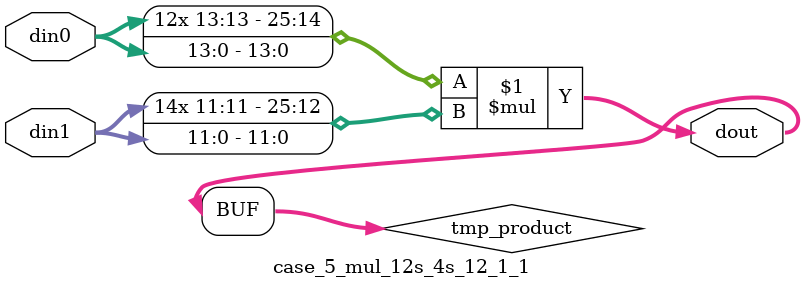
<source format=v>

`timescale 1 ns / 1 ps

 module case_5_mul_12s_4s_12_1_1(din0, din1, dout);
parameter ID = 1;
parameter NUM_STAGE = 0;
parameter din0_WIDTH = 14;
parameter din1_WIDTH = 12;
parameter dout_WIDTH = 26;

input [din0_WIDTH - 1 : 0] din0; 
input [din1_WIDTH - 1 : 0] din1; 
output [dout_WIDTH - 1 : 0] dout;

wire signed [dout_WIDTH - 1 : 0] tmp_product;



























assign tmp_product = $signed(din0) * $signed(din1);








assign dout = tmp_product;





















endmodule

</source>
